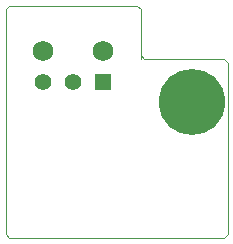
<source format=gbs>
G75*
%MOIN*%
%OFA0B0*%
%FSLAX25Y25*%
%IPPOS*%
%LPD*%
%AMOC8*
5,1,8,0,0,1.08239X$1,22.5*
%
%ADD10C,0.00000*%
%ADD11R,0.05550X0.05550*%
%ADD12C,0.05550*%
%ADD13C,0.06896*%
%ADD14C,0.22054*%
D10*
X0004100Y0003487D02*
X0005350Y0002238D01*
X0076913Y0002238D01*
X0078163Y0003487D01*
X0078163Y0060675D01*
X0076913Y0061925D01*
X0050350Y0061925D01*
X0049100Y0063175D01*
X0049100Y0061925D01*
X0049100Y0063175D02*
X0049100Y0078488D01*
X0047850Y0079738D01*
X0005350Y0079738D01*
X0004100Y0078488D01*
X0004100Y0003487D01*
D11*
X0036600Y0054425D03*
D12*
X0026600Y0054425D03*
X0016600Y0054425D03*
D13*
X0016600Y0064779D03*
X0036600Y0064779D03*
D14*
X0066167Y0047555D03*
M02*

</source>
